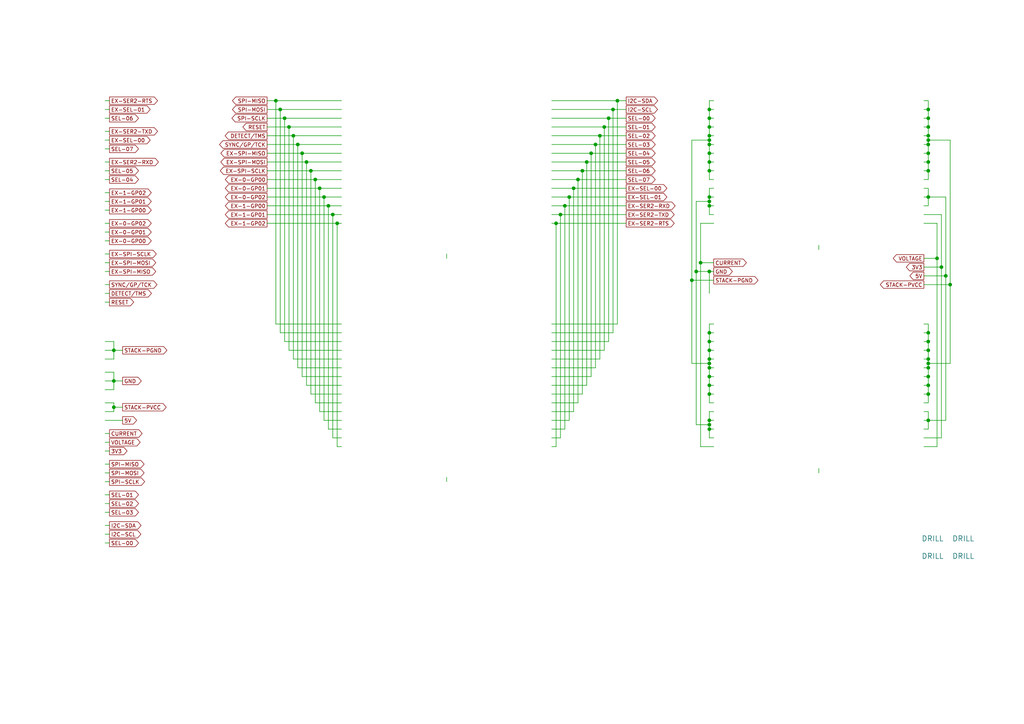
<source format=kicad_sch>
(kicad_sch (version 20230121) (generator eeschema)
  (paper "A4")
  (title_block (title "Stack Breakout Brick") (date "2017-03-01") (rev "1.0") (company "Tinkerforge GmbH") (comment 1 "Licensed under CERN OHL v.1.1") (comment 2 "Copyright (©) 2017, L.Lauer <lukas.lauer@fh-bielefeld.de>"))
  (lib_symbols)
  (junction (at 205.74 46.99))
  (junction (at 269.24 44.45))
  (junction (at 33.02 110.49))
  (junction (at 161.29 64.77))
  (junction (at 271.78 74.93))
  (junction (at 269.24 106.68))
  (junction (at 205.74 40.64))
  (junction (at 269.24 99.06))
  (junction (at 91.44 52.07))
  (junction (at 269.24 41.91))
  (junction (at 85.09 39.37))
  (junction (at 162.56 62.23))
  (junction (at 269.24 105.41))
  (junction (at 205.74 99.06))
  (junction (at 205.74 78.74))
  (junction (at 163.83 59.69))
  (junction (at 176.53 34.29))
  (junction (at 82.55 34.29))
  (junction (at 269.24 46.99))
  (junction (at 33.02 101.6))
  (junction (at 92.71 54.61))
  (junction (at 90.17 49.53))
  (junction (at 205.74 109.22))
  (junction (at 165.1 57.15))
  (junction (at 171.45 44.45))
  (junction (at 96.52 62.23))
  (junction (at 269.24 39.37))
  (junction (at 205.74 105.41))
  (junction (at 203.2 76.2))
  (junction (at 205.74 101.6))
  (junction (at 81.28 31.75))
  (junction (at 269.24 109.22))
  (junction (at 269.24 104.14))
  (junction (at 83.82 36.83))
  (junction (at 200.66 81.28))
  (junction (at 205.74 49.53))
  (junction (at 269.24 96.52))
  (junction (at 95.25 59.69))
  (junction (at 93.98 57.15))
  (junction (at 205.74 34.29))
  (junction (at 205.74 59.69))
  (junction (at 166.37 54.61))
  (junction (at 205.74 31.75))
  (junction (at 273.05 77.47))
  (junction (at 205.74 36.83))
  (junction (at 205.74 106.68))
  (junction (at 205.74 44.45))
  (junction (at 205.74 124.46))
  (junction (at 88.9 46.99))
  (junction (at 177.8 31.75))
  (junction (at 275.59 82.55))
  (junction (at 205.74 57.15))
  (junction (at 97.79 64.77))
  (junction (at 269.24 57.15))
  (junction (at 269.24 40.64))
  (junction (at 179.07 29.21))
  (junction (at 205.74 123.19))
  (junction (at 205.74 104.14))
  (junction (at 86.36 41.91))
  (junction (at 269.24 36.83))
  (junction (at 167.64 52.07))
  (junction (at 205.74 96.52))
  (junction (at 170.18 46.99))
  (junction (at 269.24 121.92))
  (junction (at 269.24 101.6))
  (junction (at 269.24 114.3))
  (junction (at 274.32 80.01))
  (junction (at 205.74 111.76))
  (junction (at 80.01 29.21))
  (junction (at 201.93 78.74))
  (junction (at 173.99 39.37))
  (junction (at 33.02 118.11))
  (junction (at 205.74 58.42))
  (junction (at 269.24 34.29))
  (junction (at 172.72 41.91))
  (junction (at 205.74 121.92))
  (junction (at 205.74 114.3))
  (junction (at 205.74 39.37))
  (junction (at 168.91 49.53))
  (junction (at 269.24 111.76))
  (junction (at 205.74 41.91))
  (junction (at 269.24 31.75))
  (junction (at 175.26 36.83))
  (junction (at 269.24 49.53))
  (junction (at 87.63 44.45))
  (wire (pts (xy 77.47 41.91) (xy 86.36 41.91)))
  (wire (pts (xy 77.47 31.75) (xy 81.28 31.75)))
  (wire (pts (xy 269.24 49.53) (xy 269.24 52.07)))
  (wire (pts (xy 201.93 58.42) (xy 205.74 58.42)))
  (wire (pts (xy 30.48 69.85) (xy 31.75 69.85)))
  (wire (pts (xy 179.07 29.21) (xy 179.07 93.98)))
  (wire (pts (xy 30.48 121.92) (xy 35.56 121.92)))
  (wire (pts (xy 269.24 44.45) (xy 269.24 46.99)))
  (wire (pts (xy 269.24 116.84) (xy 267.97 116.84)))
  (wire (pts (xy 205.74 44.45) (xy 205.74 46.99)))
  (wire (pts (xy 168.91 114.3) (xy 160.02 114.3)))
  (wire (pts (xy 160.02 49.53) (xy 168.91 49.53)))
  (wire (pts (xy 30.48 87.63) (xy 31.75 87.63)))
  (wire (pts (xy 273.05 77.47) (xy 273.05 127)))
  (wire (pts (xy 269.24 104.14) (xy 269.24 105.41)))
  (wire (pts (xy 99.06 101.6) (xy 83.82 101.6)))
  (wire (pts (xy 269.24 93.98) (xy 269.24 96.52)))
  (wire (pts (xy 267.97 82.55) (xy 275.59 82.55)))
  (wire (pts (xy 162.56 127) (xy 162.56 62.23)))
  (wire (pts (xy 205.74 46.99) (xy 205.74 49.53)))
  (wire (pts (xy 269.24 36.83) (xy 269.24 39.37)))
  (wire (pts (xy 77.47 34.29) (xy 82.55 34.29)))
  (wire (pts (xy 269.24 106.68) (xy 269.24 109.22)))
  (wire (pts (xy 267.97 54.61) (xy 269.24 54.61)))
  (wire (pts (xy 30.48 64.77) (xy 31.75 64.77)))
  (wire (pts (xy 77.47 39.37) (xy 85.09 39.37)))
  (wire (pts (xy 267.97 96.52) (xy 269.24 96.52)))
  (wire (pts (xy 83.82 36.83) (xy 99.06 36.83)))
  (wire (pts (xy 170.18 111.76) (xy 170.18 46.99)))
  (wire (pts (xy 205.74 124.46) (xy 205.74 127)))
  (wire (pts (xy 205.74 93.98) (xy 207.01 93.98)))
  (wire (pts (xy 173.99 39.37) (xy 181.61 39.37)))
  (wire (pts (xy 207.01 44.45) (xy 205.74 44.45)))
  (wire (pts (xy 165.1 121.92) (xy 165.1 57.15)))
  (wire (pts (xy 176.53 99.06) (xy 160.02 99.06)))
  (wire (pts (xy 99.06 127) (xy 96.52 127)))
  (wire (pts (xy 176.53 34.29) (xy 181.61 34.29)))
  (wire (pts (xy 207.01 114.3) (xy 205.74 114.3)))
  (wire (pts (xy 207.01 31.75) (xy 205.74 31.75)))
  (wire (pts (xy 207.01 46.99) (xy 205.74 46.99)))
  (wire (pts (xy 90.17 114.3) (xy 99.06 114.3)))
  (wire (pts (xy 160.02 52.07) (xy 167.64 52.07)))
  (wire (pts (xy 160.02 39.37) (xy 173.99 39.37)))
  (wire (pts (xy 167.64 116.84) (xy 167.64 52.07)))
  (wire (pts (xy 160.02 121.92) (xy 165.1 121.92)))
  (wire (pts (xy 170.18 46.99) (xy 181.61 46.99)))
  (wire (pts (xy 97.79 64.77) (xy 97.79 129.54)))
  (wire (pts (xy 267.97 31.75) (xy 269.24 31.75)))
  (wire (pts (xy 161.29 64.77) (xy 161.29 129.54)))
  (wire (pts (xy 30.48 134.62) (xy 31.75 134.62)))
  (wire (pts (xy 205.74 59.69) (xy 205.74 62.23)))
  (wire (pts (xy 97.79 129.54) (xy 99.06 129.54)))
  (wire (pts (xy 205.74 41.91) (xy 205.74 44.45)))
  (wire (pts (xy 86.36 41.91) (xy 99.06 41.91)))
  (wire (pts (xy 275.59 40.64) (xy 275.59 82.55)))
  (wire (pts (xy 87.63 44.45) (xy 87.63 109.22)))
  (wire (pts (xy 30.48 101.6) (xy 33.02 101.6)))
  (wire (pts (xy 30.48 148.59) (xy 31.75 148.59)))
  (wire (pts (xy 275.59 82.55) (xy 275.59 105.41)))
  (wire (pts (xy 203.2 64.77) (xy 207.01 64.77)))
  (wire (pts (xy 83.82 101.6) (xy 83.82 36.83)))
  (wire (pts (xy 207.01 57.15) (xy 205.74 57.15)))
  (wire (pts (xy 30.48 60.96) (xy 31.75 60.96)))
  (wire (pts (xy 77.47 44.45) (xy 87.63 44.45)))
  (wire (pts (xy 30.48 130.81) (xy 31.75 130.81)))
  (wire (pts (xy 96.52 62.23) (xy 99.06 62.23)))
  (wire (pts (xy 205.74 29.21) (xy 207.01 29.21)))
  (wire (pts (xy 30.48 46.99) (xy 31.75 46.99)))
  (wire (pts (xy 273.05 62.23) (xy 273.05 77.47)))
  (wire (pts (xy 30.48 116.84) (xy 33.02 116.84)))
  (wire (pts (xy 33.02 101.6) (xy 35.56 101.6)))
  (wire (pts (xy 99.06 121.92) (xy 93.98 121.92)))
  (wire (pts (xy 77.47 36.83) (xy 83.82 36.83)))
  (wire (pts (xy 160.02 36.83) (xy 175.26 36.83)))
  (wire (pts (xy 267.97 62.23) (xy 273.05 62.23)))
  (wire (pts (xy 267.97 129.54) (xy 271.78 129.54)))
  (wire (pts (xy 269.24 57.15) (xy 269.24 59.69)))
  (wire (pts (xy 95.25 59.69) (xy 95.25 124.46)))
  (wire (pts (xy 175.26 101.6) (xy 175.26 36.83)))
  (wire (pts (xy 160.02 44.45) (xy 171.45 44.45)))
  (wire (pts (xy 31.75 82.55) (xy 30.48 82.55)))
  (wire (pts (xy 166.37 54.61) (xy 166.37 119.38)))
  (wire (pts (xy 77.47 46.99) (xy 88.9 46.99)))
  (wire (pts (xy 33.02 118.11) (xy 35.56 118.11)))
  (wire (pts (xy 205.74 40.64) (xy 205.74 41.91)))
  (wire (pts (xy 269.24 40.64) (xy 269.24 41.91)))
  (wire (pts (xy 90.17 49.53) (xy 90.17 114.3)))
  (wire (pts (xy 99.06 93.98) (xy 80.01 93.98)))
  (wire (pts (xy 30.48 157.48) (xy 31.75 157.48)))
  (wire (pts (xy 166.37 119.38) (xy 160.02 119.38)))
  (wire (pts (xy 80.01 29.21) (xy 99.06 29.21)))
  (wire (pts (xy 175.26 36.83) (xy 181.61 36.83)))
  (wire (pts (xy 207.01 39.37) (xy 205.74 39.37)))
  (wire (pts (xy 30.48 143.51) (xy 31.75 143.51)))
  (wire (pts (xy 269.24 111.76) (xy 269.24 114.3)))
  (wire (pts (xy 33.02 113.03) (xy 33.02 110.49)))
  (wire (pts (xy 30.48 52.07) (xy 31.75 52.07)))
  (wire (pts (xy 269.24 52.07) (xy 267.97 52.07)))
  (wire (pts (xy 205.74 119.38) (xy 205.74 121.92)))
  (wire (pts (xy 160.02 59.69) (xy 163.83 59.69)))
  (wire (pts (xy 171.45 44.45) (xy 171.45 109.22)))
  (wire (pts (xy 207.01 99.06) (xy 205.74 99.06)))
  (wire (pts (xy 160.02 54.61) (xy 166.37 54.61)))
  (wire (pts (xy 81.28 31.75) (xy 81.28 96.52)))
  (wire (pts (xy 205.74 101.6) (xy 205.74 104.14)))
  (wire (pts (xy 30.48 58.42) (xy 31.75 58.42)))
  (wire (pts (xy 207.01 49.53) (xy 205.74 49.53)))
  (wire (pts (xy 81.28 31.75) (xy 99.06 31.75)))
  (wire (pts (xy 95.25 124.46) (xy 99.06 124.46)))
  (wire (pts (xy 275.59 105.41) (xy 269.24 105.41)))
  (wire (pts (xy 267.97 93.98) (xy 269.24 93.98)))
  (wire (pts (xy 160.02 57.15) (xy 165.1 57.15)))
  (wire (pts (xy 176.53 34.29) (xy 176.53 99.06)))
  (wire (pts (xy 33.02 118.11) (xy 33.02 119.38)))
  (wire (pts (xy 205.74 116.84) (xy 207.01 116.84)))
  (wire (pts (xy 205.74 123.19) (xy 201.93 123.19)))
  (wire (pts (xy 30.48 67.31) (xy 31.75 67.31)))
  (wire (pts (xy 207.01 78.74) (xy 205.74 78.74)))
  (wire (pts (xy 171.45 44.45) (xy 181.61 44.45)))
  (wire (pts (xy 267.97 104.14) (xy 269.24 104.14)))
  (wire (pts (xy 269.24 109.22) (xy 269.24 111.76)))
  (wire (pts (xy 30.48 76.2) (xy 31.75 76.2)))
  (wire (pts (xy 30.48 78.74) (xy 31.75 78.74)))
  (wire (pts (xy 207.01 109.22) (xy 205.74 109.22)))
  (wire (pts (xy 203.2 76.2) (xy 203.2 64.77)))
  (wire (pts (xy 207.01 121.92) (xy 205.74 121.92)))
  (wire (pts (xy 205.74 105.41) (xy 200.66 105.41)))
  (wire (pts (xy 160.02 62.23) (xy 162.56 62.23)))
  (wire (pts (xy 269.24 59.69) (xy 267.97 59.69)))
  (wire (pts (xy 201.93 78.74) (xy 201.93 58.42)))
  (wire (pts (xy 269.24 31.75) (xy 269.24 34.29)))
  (wire (pts (xy 162.56 62.23) (xy 181.61 62.23)))
  (wire (pts (xy 205.74 114.3) (xy 205.74 116.84)))
  (wire (pts (xy 99.06 99.06) (xy 82.55 99.06)))
  (wire (pts (xy 201.93 123.19) (xy 201.93 78.74)))
  (wire (pts (xy 82.55 99.06) (xy 82.55 34.29)))
  (wire (pts (xy 177.8 96.52) (xy 177.8 31.75)))
  (wire (pts (xy 205.74 106.68) (xy 205.74 109.22)))
  (wire (pts (xy 80.01 93.98) (xy 80.01 29.21)))
  (wire (pts (xy 269.24 54.61) (xy 269.24 57.15)))
  (wire (pts (xy 30.48 139.7) (xy 31.75 139.7)))
  (wire (pts (xy 31.75 73.66) (xy 30.48 73.66)))
  (wire (pts (xy 179.07 93.98) (xy 160.02 93.98)))
  (wire (pts (xy 86.36 106.68) (xy 86.36 41.91)))
  (wire (pts (xy 267.97 80.01) (xy 274.32 80.01)))
  (wire (pts (xy 92.71 54.61) (xy 92.71 119.38)))
  (wire (pts (xy 205.74 105.41) (xy 205.74 106.68)))
  (wire (pts (xy 30.48 29.21) (xy 31.75 29.21)))
  (wire (pts (xy 30.48 154.94) (xy 31.75 154.94)))
  (wire (pts (xy 269.24 39.37) (xy 269.24 40.64)))
  (wire (pts (xy 99.06 111.76) (xy 88.9 111.76)))
  (wire (pts (xy 207.01 34.29) (xy 205.74 34.29)))
  (wire (pts (xy 33.02 110.49) (xy 35.56 110.49)))
  (wire (pts (xy 207.01 124.46) (xy 205.74 124.46)))
  (wire (pts (xy 160.02 41.91) (xy 172.72 41.91)))
  (wire (pts (xy 30.48 43.18) (xy 31.75 43.18)))
  (wire (pts (xy 95.25 59.69) (xy 99.06 59.69)))
  (wire (pts (xy 267.97 39.37) (xy 269.24 39.37)))
  (wire (pts (xy 82.55 34.29) (xy 99.06 34.29)))
  (wire (pts (xy 205.74 109.22) (xy 205.74 111.76)))
  (wire (pts (xy 87.63 44.45) (xy 99.06 44.45)))
  (wire (pts (xy 205.74 96.52) (xy 205.74 99.06)))
  (wire (pts (xy 269.24 40.64) (xy 275.59 40.64)))
  (wire (pts (xy 205.74 78.74) (xy 205.74 85.09)))
  (wire (pts (xy 168.91 49.53) (xy 181.61 49.53)))
  (wire (pts (xy 267.97 36.83) (xy 269.24 36.83)))
  (wire (pts (xy 205.74 39.37) (xy 205.74 40.64)))
  (wire (pts (xy 33.02 99.06) (xy 33.02 101.6)))
  (wire (pts (xy 99.06 106.68) (xy 86.36 106.68)))
  (wire (pts (xy 269.24 29.21) (xy 269.24 31.75)))
  (wire (pts (xy 207.01 36.83) (xy 205.74 36.83)))
  (wire (pts (xy 30.48 107.95) (xy 33.02 107.95)))
  (wire (pts (xy 205.74 34.29) (xy 205.74 36.83)))
  (wire (pts (xy 30.48 34.29) (xy 31.75 34.29)))
  (wire (pts (xy 267.97 101.6) (xy 269.24 101.6)))
  (wire (pts (xy 274.32 80.01) (xy 274.32 57.15)))
  (wire (pts (xy 88.9 46.99) (xy 99.06 46.99)))
  (wire (pts (xy 207.01 111.76) (xy 205.74 111.76)))
  (wire (pts (xy 92.71 119.38) (xy 99.06 119.38)))
  (wire (pts (xy 205.74 99.06) (xy 205.74 101.6)))
  (wire (pts (xy 205.74 62.23) (xy 207.01 62.23)))
  (wire (pts (xy 205.74 119.38) (xy 207.01 119.38)))
  (wire (pts (xy 77.47 29.21) (xy 80.01 29.21)))
  (wire (pts (xy 33.02 101.6) (xy 33.02 104.14)))
  (wire (pts (xy 269.24 41.91) (xy 269.24 44.45)))
  (wire (pts (xy 267.97 46.99) (xy 269.24 46.99)))
  (wire (pts (xy 172.72 41.91) (xy 181.61 41.91)))
  (wire (pts (xy 30.48 40.64) (xy 31.75 40.64)))
  (wire (pts (xy 33.02 119.38) (xy 30.48 119.38)))
  (wire (pts (xy 33.02 110.49) (xy 33.02 107.95)))
  (wire (pts (xy 269.24 34.29) (xy 269.24 36.83)))
  (wire (pts (xy 31.75 38.1) (xy 30.48 38.1)))
  (wire (pts (xy 85.09 104.14) (xy 99.06 104.14)))
  (wire (pts (xy 267.97 109.22) (xy 269.24 109.22)))
  (wire (pts (xy 90.17 49.53) (xy 99.06 49.53)))
  (wire (pts (xy 91.44 52.07) (xy 99.06 52.07)))
  (wire (pts (xy 205.74 29.21) (xy 205.74 31.75)))
  (wire (pts (xy 161.29 64.77) (xy 181.61 64.77)))
  (wire (pts (xy 205.74 93.98) (xy 205.74 96.52)))
  (wire (pts (xy 267.97 74.93) (xy 271.78 74.93)))
  (wire (pts (xy 97.79 64.77) (xy 99.06 64.77)))
  (wire (pts (xy 274.32 121.92) (xy 274.32 80.01)))
  (wire (pts (xy 171.45 109.22) (xy 160.02 109.22)))
  (wire (pts (xy 269.24 46.99) (xy 269.24 49.53)))
  (wire (pts (xy 207.01 96.52) (xy 205.74 96.52)))
  (wire (pts (xy 205.74 58.42) (xy 205.74 59.69)))
  (wire (pts (xy 269.24 114.3) (xy 269.24 116.84)))
  (wire (pts (xy 160.02 116.84) (xy 167.64 116.84)))
  (wire (pts (xy 77.47 49.53) (xy 90.17 49.53)))
  (wire (pts (xy 30.48 137.16) (xy 31.75 137.16)))
  (wire (pts (xy 163.83 124.46) (xy 160.02 124.46)))
  (wire (pts (xy 77.47 64.77) (xy 97.79 64.77)))
  (wire (pts (xy 81.28 96.52) (xy 99.06 96.52)))
  (wire (pts (xy 129.54 74.93) (xy 129.54 73.66)))
  (wire (pts (xy 207.01 59.69) (xy 205.74 59.69)))
  (wire (pts (xy 200.66 81.28) (xy 200.66 40.64)))
  (wire (pts (xy 269.24 119.38) (xy 269.24 121.92)))
  (wire (pts (xy 207.01 129.54) (xy 203.2 129.54)))
  (wire (pts (xy 267.97 106.68) (xy 269.24 106.68)))
  (wire (pts (xy 269.24 96.52) (xy 269.24 99.06)))
  (wire (pts (xy 88.9 111.76) (xy 88.9 46.99)))
  (wire (pts (xy 207.01 101.6) (xy 205.74 101.6)))
  (wire (pts (xy 267.97 77.47) (xy 273.05 77.47)))
  (wire (pts (xy 267.97 49.53) (xy 269.24 49.53)))
  (wire (pts (xy 203.2 129.54) (xy 203.2 76.2)))
  (wire (pts (xy 269.24 57.15) (xy 274.32 57.15)))
  (wire (pts (xy 99.06 116.84) (xy 91.44 116.84)))
  (wire (pts (xy 30.48 152.4) (xy 31.75 152.4)))
  (wire (pts (xy 173.99 39.37) (xy 173.99 104.14)))
  (wire (pts (xy 93.98 57.15) (xy 99.06 57.15)))
  (wire (pts (xy 163.83 59.69) (xy 181.61 59.69)))
  (wire (pts (xy 30.48 146.05) (xy 31.75 146.05)))
  (wire (pts (xy 205.74 54.61) (xy 205.74 57.15)))
  (wire (pts (xy 30.48 110.49) (xy 33.02 110.49)))
  (wire (pts (xy 160.02 111.76) (xy 170.18 111.76)))
  (wire (pts (xy 30.48 113.03) (xy 33.02 113.03)))
  (wire (pts (xy 31.75 55.88) (xy 30.48 55.88)))
  (wire (pts (xy 85.09 39.37) (xy 85.09 104.14)))
  (wire (pts (xy 30.48 49.53) (xy 31.75 49.53)))
  (wire (pts (xy 271.78 64.77) (xy 267.97 64.77)))
  (wire (pts (xy 273.05 127) (xy 267.97 127)))
  (wire (pts (xy 267.97 111.76) (xy 269.24 111.76)))
  (wire (pts (xy 269.24 124.46) (xy 267.97 124.46)))
  (wire (pts (xy 207.01 106.68) (xy 205.74 106.68)))
  (wire (pts (xy 30.48 128.27) (xy 31.75 128.27)))
  (wire (pts (xy 267.97 44.45) (xy 269.24 44.45)))
  (wire (pts (xy 267.97 34.29) (xy 269.24 34.29)))
  (wire (pts (xy 267.97 119.38) (xy 269.24 119.38)))
  (wire (pts (xy 160.02 127) (xy 162.56 127)))
  (wire (pts (xy 271.78 74.93) (xy 271.78 64.77)))
  (wire (pts (xy 179.07 29.21) (xy 181.61 29.21)))
  (wire (pts (xy 85.09 39.37) (xy 99.06 39.37)))
  (wire (pts (xy 30.48 125.73) (xy 31.75 125.73)))
  (wire (pts (xy 200.66 105.41) (xy 200.66 81.28)))
  (wire (pts (xy 33.02 116.84) (xy 33.02 118.11)))
  (wire (pts (xy 269.24 121.92) (xy 269.24 124.46)))
  (wire (pts (xy 77.47 57.15) (xy 93.98 57.15)))
  (wire (pts (xy 205.74 31.75) (xy 205.74 34.29)))
  (wire (pts (xy 173.99 104.14) (xy 160.02 104.14)))
  (wire (pts (xy 267.97 29.21) (xy 269.24 29.21)))
  (wire (pts (xy 160.02 106.68) (xy 172.72 106.68)))
  (wire (pts (xy 172.72 106.68) (xy 172.72 41.91)))
  (wire (pts (xy 205.74 52.07) (xy 207.01 52.07)))
  (wire (pts (xy 129.54 139.7) (xy 129.54 138.43)))
  (wire (pts (xy 205.74 127) (xy 207.01 127)))
  (wire (pts (xy 271.78 129.54) (xy 271.78 74.93)))
  (wire (pts (xy 77.47 54.61) (xy 92.71 54.61)))
  (wire (pts (xy 160.02 101.6) (xy 175.26 101.6)))
  (wire (pts (xy 77.47 59.69) (xy 95.25 59.69)))
  (wire (pts (xy 207.01 104.14) (xy 205.74 104.14)))
  (wire (pts (xy 205.74 123.19) (xy 205.74 124.46)))
  (wire (pts (xy 205.74 57.15) (xy 205.74 58.42)))
  (wire (pts (xy 237.49 71.12) (xy 237.49 72.39)))
  (wire (pts (xy 160.02 64.77) (xy 161.29 64.77)))
  (wire (pts (xy 205.74 49.53) (xy 205.74 52.07)))
  (wire (pts (xy 205.74 111.76) (xy 205.74 114.3)))
  (wire (pts (xy 267.97 121.92) (xy 269.24 121.92)))
  (wire (pts (xy 267.97 41.91) (xy 269.24 41.91)))
  (wire (pts (xy 205.74 36.83) (xy 205.74 39.37)))
  (wire (pts (xy 160.02 31.75) (xy 177.8 31.75)))
  (wire (pts (xy 177.8 31.75) (xy 181.61 31.75)))
  (wire (pts (xy 96.52 127) (xy 96.52 62.23)))
  (wire (pts (xy 33.02 104.14) (xy 30.48 104.14)))
  (wire (pts (xy 30.48 31.75) (xy 31.75 31.75)))
  (wire (pts (xy 207.01 76.2) (xy 203.2 76.2)))
  (wire (pts (xy 237.49 135.89) (xy 237.49 137.16)))
  (wire (pts (xy 168.91 49.53) (xy 168.91 114.3)))
  (wire (pts (xy 92.71 54.61) (xy 99.06 54.61)))
  (wire (pts (xy 207.01 41.91) (xy 205.74 41.91)))
  (wire (pts (xy 87.63 109.22) (xy 99.06 109.22)))
  (wire (pts (xy 160.02 46.99) (xy 170.18 46.99)))
  (wire (pts (xy 269.24 105.41) (xy 269.24 106.68)))
  (wire (pts (xy 165.1 57.15) (xy 181.61 57.15)))
  (wire (pts (xy 30.48 99.06) (xy 33.02 99.06)))
  (wire (pts (xy 267.97 57.15) (xy 269.24 57.15)))
  (wire (pts (xy 93.98 121.92) (xy 93.98 57.15)))
  (wire (pts (xy 269.24 121.92) (xy 274.32 121.92)))
  (wire (pts (xy 269.24 99.06) (xy 269.24 101.6)))
  (wire (pts (xy 267.97 114.3) (xy 269.24 114.3)))
  (wire (pts (xy 269.24 101.6) (xy 269.24 104.14)))
  (wire (pts (xy 91.44 116.84) (xy 91.44 52.07)))
  (wire (pts (xy 207.01 81.28) (xy 200.66 81.28)))
  (wire (pts (xy 161.29 129.54) (xy 160.02 129.54)))
  (wire (pts (xy 160.02 34.29) (xy 176.53 34.29)))
  (wire (pts (xy 30.48 85.09) (xy 31.75 85.09)))
  (wire (pts (xy 166.37 54.61) (xy 181.61 54.61)))
  (wire (pts (xy 267.97 99.06) (xy 269.24 99.06)))
  (wire (pts (xy 167.64 52.07) (xy 181.61 52.07)))
  (wire (pts (xy 205.74 78.74) (xy 201.93 78.74)))
  (wire (pts (xy 160.02 29.21) (xy 179.07 29.21)))
  (wire (pts (xy 205.74 54.61) (xy 207.01 54.61)))
  (wire (pts (xy 205.74 121.92) (xy 205.74 123.19)))
  (wire (pts (xy 77.47 52.07) (xy 91.44 52.07)))
  (wire (pts (xy 200.66 40.64) (xy 205.74 40.64)))
  (wire (pts (xy 160.02 96.52) (xy 177.8 96.52)))
  (wire (pts (xy 163.83 59.69) (xy 163.83 124.46)))
  (wire (pts (xy 77.47 62.23) (xy 96.52 62.23)))
  (wire (pts (xy 205.74 104.14) (xy 205.74 105.41)))
  (global_label "3V3" (shape output) (at 267.97 77.47 180) (effects (font (size 1.0922 1.0922))) (property "Intersheetrefs" "${INTERSHEET_REFS}" (effects hide)))
  (global_label "SEL-04" (shape output) (at 31.75 52.07 0) (effects (font (size 1.0922 1.0922))) (property "Intersheetrefs" "${INTERSHEET_REFS}" (effects hide)))
  (global_label "EX-SPI-MISO" (shape output) (at 31.75 78.74 0) (effects (font (size 1.0922 1.0922))) (property "Intersheetrefs" "${INTERSHEET_REFS}" (effects hide)))
  (global_label "I2C-SCL" (shape output) (at 31.75 154.94 0) (effects (font (size 1.0922 1.0922))) (property "Intersheetrefs" "${INTERSHEET_REFS}" (effects hide)))
  (global_label "EX-SER2-RXD" (shape output) (at 181.61 59.69 0) (effects (font (size 1.0922 1.0922))) (property "Intersheetrefs" "${INTERSHEET_REFS}" (effects hide)))
  (global_label "EX-1-GP01" (shape output) (at 31.75 58.42 0) (effects (font (size 1.0922 1.0922))) (property "Intersheetrefs" "${INTERSHEET_REFS}" (effects hide)))
  (global_label "EX-0-GP02" (shape output) (at 31.75 64.77 0) (effects (font (size 1.0922 1.0922))) (property "Intersheetrefs" "${INTERSHEET_REFS}" (effects hide)))
  (global_label "SEL-02" (shape output) (at 31.75 146.05 0) (effects (font (size 1.0922 1.0922))) (property "Intersheetrefs" "${INTERSHEET_REFS}" (effects hide)))
  (global_label "EX-0-GP01" (shape output) (at 77.47 54.61 180) (effects (font (size 1.0922 1.0922))) (property "Intersheetrefs" "${INTERSHEET_REFS}" (effects hide)))
  (global_label "GND" (shape output) (at 35.56 110.49 0) (effects (font (size 1.0922 1.0922))) (property "Intersheetrefs" "${INTERSHEET_REFS}" (effects hide)))
  (global_label "EX-1-GP00" (shape output) (at 31.75 60.96 0) (effects (font (size 1.0922 1.0922))) (property "Intersheetrefs" "${INTERSHEET_REFS}" (effects hide)))
  (global_label "SEL-07" (shape output) (at 31.75 43.18 0) (effects (font (size 1.0922 1.0922))) (property "Intersheetrefs" "${INTERSHEET_REFS}" (effects hide)))
  (global_label "5V" (shape output) (at 267.97 80.01 180) (effects (font (size 1.0922 1.0922))) (property "Intersheetrefs" "${INTERSHEET_REFS}" (effects hide)))
  (global_label "EX-SER2-TXD" (shape output) (at 181.61 62.23 0) (effects (font (size 1.0922 1.0922))) (property "Intersheetrefs" "${INTERSHEET_REFS}" (effects hide)))
  (global_label "EX-SEL-00" (shape output) (at 181.61 54.61 0) (effects (font (size 1.0922 1.0922))) (property "Intersheetrefs" "${INTERSHEET_REFS}" (effects hide)))
  (global_label "EX-1-GP00" (shape output) (at 77.47 59.69 180) (effects (font (size 1.0922 1.0922))) (property "Intersheetrefs" "${INTERSHEET_REFS}" (effects hide)))
  (global_label "RESET" (shape output) (at 77.47 36.83 180) (effects (font (size 1.0922 1.0922))) (property "Intersheetrefs" "${INTERSHEET_REFS}" (effects hide)))
  (global_label "EX-0-GP01" (shape output) (at 31.75 67.31 0) (effects (font (size 1.0922 1.0922))) (property "Intersheetrefs" "${INTERSHEET_REFS}" (effects hide)))
  (global_label "I2C-SDA" (shape output) (at 31.75 152.4 0) (effects (font (size 1.0922 1.0922))) (property "Intersheetrefs" "${INTERSHEET_REFS}" (effects hide)))
  (global_label "SEL-02" (shape output) (at 181.61 39.37 0) (effects (font (size 1.0922 1.0922))) (property "Intersheetrefs" "${INTERSHEET_REFS}" (effects hide)))
  (global_label "SEL-03" (shape output) (at 31.75 148.59 0) (effects (font (size 1.0922 1.0922))) (property "Intersheetrefs" "${INTERSHEET_REFS}" (effects hide)))
  (global_label "SEL-01" (shape output) (at 31.75 143.51 0) (effects (font (size 1.0922 1.0922))) (property "Intersheetrefs" "${INTERSHEET_REFS}" (effects hide)))
  (global_label "SYNC/GP/TCK" (shape output) (at 77.47 41.91 180) (effects (font (size 1.0922 1.0922))) (property "Intersheetrefs" "${INTERSHEET_REFS}" (effects hide)))
  (global_label "EX-1-GP01" (shape output) (at 77.47 62.23 180) (effects (font (size 1.0922 1.0922))) (property "Intersheetrefs" "${INTERSHEET_REFS}" (effects hide)))
  (global_label "SEL-00" (shape output) (at 181.61 34.29 0) (effects (font (size 1.0922 1.0922))) (property "Intersheetrefs" "${INTERSHEET_REFS}" (effects hide)))
  (global_label "EX-SEL-00" (shape output) (at 31.75 40.64 0) (effects (font (size 1.0922 1.0922))) (property "Intersheetrefs" "${INTERSHEET_REFS}" (effects hide)))
  (global_label "EX-SER2-TXD" (shape output) (at 31.75 38.1 0) (effects (font (size 1.0922 1.0922))) (property "Intersheetrefs" "${INTERSHEET_REFS}" (effects hide)))
  (global_label "DETECT/TMS" (shape output) (at 77.47 39.37 180) (effects (font (size 1.0922 1.0922))) (property "Intersheetrefs" "${INTERSHEET_REFS}" (effects hide)))
  (global_label "EX-SER2-RXD" (shape output) (at 31.75 46.99 0) (effects (font (size 1.0922 1.0922))) (property "Intersheetrefs" "${INTERSHEET_REFS}" (effects hide)))
  (global_label "EX-SER2-RTS" (shape output) (at 31.75 29.21 0) (effects (font (size 1.0922 1.0922))) (property "Intersheetrefs" "${INTERSHEET_REFS}" (effects hide)))
  (global_label "SPI-SCLK" (shape output) (at 77.47 34.29 180) (effects (font (size 1.0922 1.0922))) (property "Intersheetrefs" "${INTERSHEET_REFS}" (effects hide)))
  (global_label "EX-SPI-SCLK" (shape output) (at 77.47 49.53 180) (effects (font (size 1.0922 1.0922))) (property "Intersheetrefs" "${INTERSHEET_REFS}" (effects hide)))
  (global_label "CURRENT" (shape output) (at 31.75 125.73 0) (effects (font (size 1.0922 1.0922))) (property "Intersheetrefs" "${INTERSHEET_REFS}" (effects hide)))
  (global_label "EX-SEL-01" (shape output) (at 31.75 31.75 0) (effects (font (size 1.0922 1.0922))) (property "Intersheetrefs" "${INTERSHEET_REFS}" (effects hide)))
  (global_label "EX-0-GP00" (shape output) (at 77.47 52.07 180) (effects (font (size 1.0922 1.0922))) (property "Intersheetrefs" "${INTERSHEET_REFS}" (effects hide)))
  (global_label "EX-SPI-MOSI" (shape output) (at 77.47 46.99 180) (effects (font (size 1.0922 1.0922))) (property "Intersheetrefs" "${INTERSHEET_REFS}" (effects hide)))
  (global_label "SYNC/GP/TCK" (shape output) (at 31.75 82.55 0) (effects (font (size 1.0922 1.0922))) (property "Intersheetrefs" "${INTERSHEET_REFS}" (effects hide)))
  (global_label "SEL-06" (shape output) (at 181.61 49.53 0) (effects (font (size 1.0922 1.0922))) (property "Intersheetrefs" "${INTERSHEET_REFS}" (effects hide)))
  (global_label "SEL-04" (shape output) (at 181.61 44.45 0) (effects (font (size 1.0922 1.0922))) (property "Intersheetrefs" "${INTERSHEET_REFS}" (effects hide)))
  (global_label "EX-1-GP02" (shape output) (at 31.75 55.88 0) (effects (font (size 1.0922 1.0922))) (property "Intersheetrefs" "${INTERSHEET_REFS}" (effects hide)))
  (global_label "SEL-03" (shape output) (at 181.61 41.91 0) (effects (font (size 1.0922 1.0922))) (property "Intersheetrefs" "${INTERSHEET_REFS}" (effects hide)))
  (global_label "I2C-SDA" (shape output) (at 181.61 29.21 0) (effects (font (size 1.0922 1.0922))) (property "Intersheetrefs" "${INTERSHEET_REFS}" (effects hide)))
  (global_label "DETECT/TMS" (shape output) (at 31.75 85.09 0) (effects (font (size 1.0922 1.0922))) (property "Intersheetrefs" "${INTERSHEET_REFS}" (effects hide)))
  (global_label "VOLTAGE" (shape output) (at 31.75 128.27 0) (effects (font (size 1.0922 1.0922))) (property "Intersheetrefs" "${INTERSHEET_REFS}" (effects hide)))
  (global_label "EX-SPI-MISO" (shape output) (at 77.47 44.45 180) (effects (font (size 1.0922 1.0922))) (property "Intersheetrefs" "${INTERSHEET_REFS}" (effects hide)))
  (global_label "3V3" (shape output) (at 31.75 130.81 0) (effects (font (size 1.0922 1.0922))) (property "Intersheetrefs" "${INTERSHEET_REFS}" (effects hide)))
  (global_label "EX-0-GP02" (shape output) (at 77.47 57.15 180) (effects (font (size 1.0922 1.0922))) (property "Intersheetrefs" "${INTERSHEET_REFS}" (effects hide)))
  (global_label "SEL-07" (shape output) (at 181.61 52.07 0) (effects (font (size 1.0922 1.0922))) (property "Intersheetrefs" "${INTERSHEET_REFS}" (effects hide)))
  (global_label "CURRENT" (shape output) (at 207.01 76.2 0) (effects (font (size 1.0922 1.0922))) (property "Intersheetrefs" "${INTERSHEET_REFS}" (effects hide)))
  (global_label "EX-SER2-RTS" (shape output) (at 181.61 64.77 0) (effects (font (size 1.0922 1.0922))) (property "Intersheetrefs" "${INTERSHEET_REFS}" (effects hide)))
  (global_label "STACK-PGND" (shape output) (at 207.01 81.28 0) (effects (font (size 1.0922 1.0922))) (property "Intersheetrefs" "${INTERSHEET_REFS}" (effects hide)))
  (global_label "STACK-PVCC" (shape output) (at 35.56 118.11 0) (effects (font (size 1.0922 1.0922))) (property "Intersheetrefs" "${INTERSHEET_REFS}" (effects hide)))
  (global_label "EX-0-GP00" (shape output) (at 31.75 69.85 0) (effects (font (size 1.0922 1.0922))) (property "Intersheetrefs" "${INTERSHEET_REFS}" (effects hide)))
  (global_label "STACK-PVCC" (shape output) (at 267.97 82.55 180) (effects (font (size 1.0922 1.0922))) (property "Intersheetrefs" "${INTERSHEET_REFS}" (effects hide)))
  (global_label "SPI-MISO" (shape output) (at 31.75 134.62 0) (effects (font (size 1.0922 1.0922))) (property "Intersheetrefs" "${INTERSHEET_REFS}" (effects hide)))
  (global_label "STACK-PGND" (shape output) (at 35.56 101.6 0) (effects (font (size 1.0922 1.0922))) (property "Intersheetrefs" "${INTERSHEET_REFS}" (effects hide)))
  (global_label "I2C-SCL" (shape output) (at 181.61 31.75 0) (effects (font (size 1.0922 1.0922))) (property "Intersheetrefs" "${INTERSHEET_REFS}" (effects hide)))
  (global_label "SPI-MOSI" (shape output) (at 31.75 137.16 0) (effects (font (size 1.0922 1.0922))) (property "Intersheetrefs" "${INTERSHEET_REFS}" (effects hide)))
  (global_label "SPI-SCLK" (shape output) (at 31.75 139.7 0) (effects (font (size 1.0922 1.0922))) (property "Intersheetrefs" "${INTERSHEET_REFS}" (effects hide)))
  (global_label "SEL-06" (shape output) (at 31.75 34.29 0) (effects (font (size 1.0922 1.0922))) (property "Intersheetrefs" "${INTERSHEET_REFS}" (effects hide)))
  (global_label "SEL-05" (shape output) (at 31.75 49.53 0) (effects (font (size 1.0922 1.0922))) (property "Intersheetrefs" "${INTERSHEET_REFS}" (effects hide)))
  (global_label "5V" (shape output) (at 35.56 121.92 0) (effects (font (size 1.0922 1.0922))) (property "Intersheetrefs" "${INTERSHEET_REFS}" (effects hide)))
  (global_label "EX-1-GP02" (shape output) (at 77.47 64.77 180) (effects (font (size 1.0922 1.0922))) (property "Intersheetrefs" "${INTERSHEET_REFS}" (effects hide)))
  (global_label "SPI-MOSI" (shape output) (at 77.47 31.75 180) (effects (font (size 1.0922 1.0922))) (property "Intersheetrefs" "${INTERSHEET_REFS}" (effects hide)))
  (global_label "EX-SPI-MOSI" (shape output) (at 31.75 76.2 0) (effects (font (size 1.0922 1.0922))) (property "Intersheetrefs" "${INTERSHEET_REFS}" (effects hide)))
  (global_label "SPI-MISO" (shape output) (at 77.47 29.21 180) (effects (font (size 1.0922 1.0922))) (property "Intersheetrefs" "${INTERSHEET_REFS}" (effects hide)))
  (global_label "RESET" (shape output) (at 31.75 87.63 0) (effects (font (size 1.0922 1.0922))) (property "Intersheetrefs" "${INTERSHEET_REFS}" (effects hide)))
  (global_label "VOLTAGE" (shape output) (at 267.97 74.93 180) (effects (font (size 1.0922 1.0922))) (property "Intersheetrefs" "${INTERSHEET_REFS}" (effects hide)))
  (global_label "EX-SPI-SCLK" (shape output) (at 31.75 73.66 0) (effects (font (size 1.0922 1.0922))) (property "Intersheetrefs" "${INTERSHEET_REFS}" (effects hide)))
  (global_label "SEL-05" (shape output) (at 181.61 46.99 0) (effects (font (size 1.0922 1.0922))) (property "Intersheetrefs" "${INTERSHEET_REFS}" (effects hide)))
  (global_label "SEL-01" (shape output) (at 181.61 36.83 0) (effects (font (size 1.0922 1.0922))) (property "Intersheetrefs" "${INTERSHEET_REFS}" (effects hide)))
  (global_label "EX-SEL-01" (shape output) (at 181.61 57.15 0) (effects (font (size 1.0922 1.0922))) (property "Intersheetrefs" "${INTERSHEET_REFS}" (effects hide)))
  (global_label "GND" (shape output) (at 207.01 78.74 0) (effects (font (size 1.0922 1.0922))) (property "Intersheetrefs" "${INTERSHEET_REFS}" (effects hide)))
  (global_label "SEL-00" (shape output) (at 31.75 157.48 0) (effects (font (size 1.0922 1.0922))) (property "Intersheetrefs" "${INTERSHEET_REFS}" (effects hide)))
  (symbol (lib_id "STACK-DOWN-1") (at 129.54 111.76 0) (unit 1)
    (property "Reference" "J2" (at 107.95 90.17 0) (effects (font (size 1.524 1.524))))
    (property "Value" "STACK-DOWN-1" (at 142.24 90.17 0) (effects (font (size 1.524 1.524))))
    (property "Footprint" "BTB08-ACS-BTM" (at 129.54 111.76 0) (effects (font (size 1.524 1.524))))
  )
  (symbol (lib_id "STACK-DOWN-2") (at 237.49 111.76 0) (unit 1)
    (property "Reference" "J4" (at 215.9 88.9 0) (effects (font (size 1.524 1.524))))
    (property "Value" "STACK-DOWN-2" (at 252.73 88.9 0) (effects (font (size 1.524 1.524))))
    (property "Footprint" "BTB08-ACS-BTM" (at 237.49 111.76 0) (effects (font (size 1.524 1.524))))
  )
  (symbol (lib_id "STACK-UP-1") (at 129.54 46.99 0) (unit 1)
    (property "Reference" "J1" (at 107.95 25.4 0) (effects (font (size 1.524 1.524))))
    (property "Value" "STACK-UP-1" (at 142.24 25.4 0) (effects (font (size 1.524 1.524))))
    (property "Footprint" "BTB08-ACS-TOP" (at 129.54 46.99 0) (effects (font (size 1.524 1.524))))
  )
  (symbol (lib_id "STACK-UP-2") (at 237.49 46.99 0) (unit 1)
    (property "Reference" "J3" (at 215.9 24.13 0) (effects (font (size 1.524 1.524))))
    (property "Value" "STACK-UP-2" (at 252.73 24.13 0) (effects (font (size 1.524 1.524))))
    (property "Footprint" "BTB08-ACS-TOP" (at 237.49 46.99 0) (effects (font (size 1.524 1.524))))
  )
  (symbol (lib_id "GND") (at 129.54 74.93 0) (unit 1)
    (property "Reference" "#PWR01" (effects hide))
    (property "Value" "GND" (at 129.54 78.74 0))
  )
  (symbol (lib_id "GND") (at 129.54 139.7 0) (unit 1)
    (property "Reference" "#PWR02" (effects hide))
    (property "Value" "GND" (at 129.54 143.51 0))
  )
  (symbol (lib_id "GND") (at 237.49 137.16 0) (unit 1)
    (property "Reference" "#PWR03" (effects hide))
    (property "Value" "GND" (at 237.49 140.97 0))
  )
  (symbol (lib_id "GND") (at 237.49 72.39 0) (unit 1)
    (property "Reference" "#PWR04" (effects hide))
    (property "Value" "GND" (at 237.49 76.2 0))
  )
  (symbol (lib_id "DRILL") (at 279.4 161.29 0) (unit 1)
    (property "Reference" "U4" (effects hide))
    (property "Value" "DRILL" (at 279.4 161.29 0) (effects (font (size 1.524 1.524))))
    (property "Footprint" "DRILL_NP" (effects hide))
  )
  (symbol (lib_id "DRILL") (at 279.4 156.21 0) (unit 1)
    (property "Reference" "U3" (effects hide))
    (property "Value" "DRILL" (at 279.4 156.21 0) (effects (font (size 1.524 1.524))))
    (property "Footprint" "DRILL_NP" (effects hide))
  )
  (symbol (lib_id "DRILL") (at 270.51 161.29 0) (unit 1)
    (property "Reference" "U2" (effects hide))
    (property "Value" "DRILL" (at 270.51 161.29 0) (effects (font (size 1.524 1.524))))
    (property "Footprint" "DRILL_NP" (effects hide))
  )
  (symbol (lib_id "DRILL") (at 270.51 156.21 0) (unit 1)
    (property "Reference" "U1" (effects hide))
    (property "Value" "DRILL" (at 270.51 156.21 0) (effects (font (size 1.524 1.524))))
    (property "Footprint" "DRILL_NP" (effects hide))
  )
  (symbol (lib_id "CON-SERVO") (at 25.4 123.19 0) (mirror y) (unit 1)
    (property "Reference" "J6" (at 25.4 95.25 0) (effects (font (size 1.524 1.524))))
    (property "Value" "CON-SERVO" (at 25.4 161.29 0) (effects (font (size 1.524 1.524))))
    (property "Footprint" "CON-Servo" (at 25.4 123.19 0) (effects (font (size 1.524 1.524))))
  )
  (symbol (lib_id "CON-SERVO") (at 25.4 53.34 0) (mirror y) (unit 1)
    (property "Reference" "J5" (at 25.4 25.4 0) (effects (font (size 1.524 1.524))))
    (property "Value" "CON-SERVO" (at 25.4 91.44 0) (effects (font (size 1.524 1.524))))
    (property "Footprint" "CON-Servo" (at 25.4 53.34 0) (effects (font (size 1.524 1.524))))
  )
  (symbol (lib_id "GND") (at 205.74 85.09 0) (unit 1)
    (property "Reference" "#PWR05" (effects hide))
    (property "Value" "GND" (at 205.74 88.9 0))
  )
)
</source>
